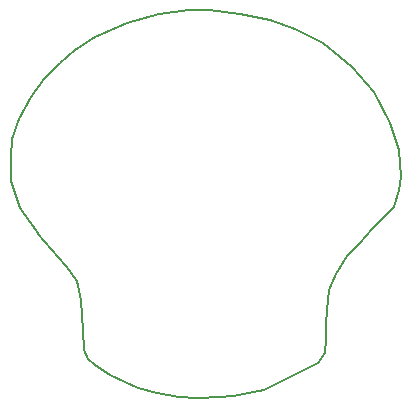
<source format=gbr>
G04 #@! TF.GenerationSoftware,KiCad,Pcbnew,(6.0.1)*
G04 #@! TF.CreationDate,2022-06-04T21:41:08-05:00*
G04 #@! TF.ProjectId,Bsides-KC-2021-SAO-BP,42736964-6573-42d4-9b43-2d323032312d,rev?*
G04 #@! TF.SameCoordinates,Original*
G04 #@! TF.FileFunction,Profile,NP*
%FSLAX46Y46*%
G04 Gerber Fmt 4.6, Leading zero omitted, Abs format (unit mm)*
G04 Created by KiCad (PCBNEW (6.0.1)) date 2022-06-04 21:41:08*
%MOMM*%
%LPD*%
G01*
G04 APERTURE LIST*
G04 #@! TA.AperFunction,Profile*
%ADD10C,0.150000*%
G04 #@! TD*
G04 APERTURE END LIST*
D10*
X168262300Y-112420400D02*
X169684700Y-115036600D01*
X159448500Y-106324400D02*
X161607500Y-107137200D01*
X142227300Y-127152400D02*
X140931900Y-125704600D01*
X152590500Y-105511600D02*
X154292300Y-105511600D01*
X141668500Y-109956600D02*
X142938500Y-108864400D01*
X170446700Y-120777000D02*
X169989500Y-122148600D01*
X165036500Y-127812800D02*
X164503100Y-129235200D01*
X137528300Y-117957600D02*
X137680700Y-116433600D01*
X144640300Y-107772200D02*
X147408900Y-106629200D01*
X147408900Y-106629200D02*
X150050500Y-105867200D01*
X166027100Y-126288800D02*
X165036500Y-127812800D01*
X143776700Y-134315200D02*
X143649700Y-132613400D01*
X164147500Y-134543800D02*
X163512500Y-135356600D01*
X163512500Y-135356600D02*
X161861500Y-136245600D01*
X158965900Y-137642600D02*
X156375100Y-138150600D01*
X164503100Y-129235200D02*
X164299900Y-130886200D01*
X154292300Y-105511600D02*
X156984700Y-105816400D01*
X143522700Y-130073400D02*
X143167100Y-128447800D01*
X143167100Y-128447800D02*
X142227300Y-127152400D01*
X148323300Y-137490200D02*
X147205700Y-136982200D01*
X164223700Y-132054600D02*
X164198300Y-133375400D01*
X163944300Y-108254800D02*
X165392100Y-109448600D01*
X169684700Y-115036600D02*
X170395900Y-117373400D01*
X137680700Y-116433600D02*
X138239500Y-114757200D01*
X164299900Y-130886200D02*
X164223700Y-132054600D01*
X166433500Y-110363000D02*
X168262300Y-112420400D01*
X143649700Y-132613400D02*
X143522700Y-130073400D01*
X161607500Y-107137200D02*
X163944300Y-108254800D01*
X169989500Y-122148600D02*
X169151300Y-123037600D01*
X138290300Y-122250200D02*
X137528300Y-119989600D01*
X139839700Y-124409200D02*
X139128500Y-123469400D01*
X156375100Y-138150600D02*
X155181300Y-138277600D01*
X170573700Y-119634000D02*
X170446700Y-120777000D01*
X150050500Y-105867200D02*
X152590500Y-105511600D01*
X161861500Y-136245600D02*
X158965900Y-137642600D01*
X149948900Y-137947400D02*
X148323300Y-137490200D01*
X167068500Y-125196600D02*
X166027100Y-126288800D01*
X153428700Y-138379200D02*
X151803100Y-138226800D01*
X140347700Y-111379000D02*
X141668500Y-109956600D01*
X138239500Y-114757200D02*
X139230100Y-112826800D01*
X144640300Y-135585200D02*
X144056100Y-135051800D01*
X147205700Y-136982200D02*
X145910300Y-136372600D01*
X139230100Y-112826800D02*
X140347700Y-111379000D01*
X137528300Y-119989600D02*
X137528300Y-117957600D01*
X156984700Y-105816400D02*
X159448500Y-106324400D01*
X170395900Y-117373400D02*
X170573700Y-119634000D01*
X144056100Y-135051800D02*
X143776700Y-134315200D01*
X155181300Y-138277600D02*
X153428700Y-138379200D01*
X169151300Y-123037600D02*
X168160700Y-124002800D01*
X165392100Y-109448600D02*
X166433500Y-110363000D01*
X145910300Y-136372600D02*
X144640300Y-135585200D01*
X164198300Y-133375400D02*
X164147500Y-134543800D01*
X142938500Y-108864400D02*
X144640300Y-107772200D01*
X151803100Y-138226800D02*
X149948900Y-137947400D01*
X168160700Y-124002800D02*
X167068500Y-125196600D01*
X140931900Y-125704600D02*
X139865100Y-124434600D01*
X139128500Y-123469400D02*
X138290300Y-122250200D01*
M02*

</source>
